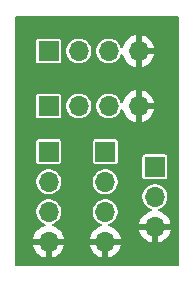
<source format=gbr>
%TF.GenerationSoftware,KiCad,Pcbnew,9.0.0*%
%TF.CreationDate,2025-03-21T22:47:36-04:00*%
%TF.ProjectId,PawPlans,50617750-6c61-46e7-932e-6b696361645f,0.5.0*%
%TF.SameCoordinates,Original*%
%TF.FileFunction,Copper,L2,Bot*%
%TF.FilePolarity,Positive*%
%FSLAX46Y46*%
G04 Gerber Fmt 4.6, Leading zero omitted, Abs format (unit mm)*
G04 Created by KiCad (PCBNEW 9.0.0) date 2025-03-21 22:47:36*
%MOMM*%
%LPD*%
G01*
G04 APERTURE LIST*
%TA.AperFunction,ComponentPad*%
%ADD10O,1.700000X1.700000*%
%TD*%
%TA.AperFunction,ComponentPad*%
%ADD11R,1.700000X1.700000*%
%TD*%
G04 APERTURE END LIST*
D10*
%TO.P,DM_PORT_B1,4,GND*%
%TO.N,/GND*%
X107620000Y-59000000D03*
%TO.P,DM_PORT_B1,3,5V*%
%TO.N,/5V*%
X105080000Y-59000000D03*
%TO.P,DM_PORT_B1,2,OUT*%
%TO.N,unconnected-(DM_PORT_B1-OUT-Pad2)*%
X102540000Y-59000000D03*
D11*
%TO.P,DM_PORT_B1,1,IN*%
%TO.N,unconnected-(DM_PORT_B1-IN-Pad1)*%
X100000000Y-59000000D03*
%TD*%
D10*
%TO.P,DM_PORT_A1,4,GND*%
%TO.N,/GND*%
X107620000Y-63650000D03*
%TO.P,DM_PORT_A1,3,5V*%
%TO.N,/5V*%
X105080000Y-63650000D03*
%TO.P,DM_PORT_A1,2,SDA*%
%TO.N,unconnected-(DM_PORT_A1-SDA-Pad2)*%
X102540000Y-63650000D03*
D11*
%TO.P,DM_PORT_A1,1,SCL*%
%TO.N,unconnected-(DM_PORT_A1-SCL-Pad1)*%
X100000000Y-63650000D03*
%TD*%
D10*
%TO.P,PROXY1,4,GND*%
%TO.N,/GND*%
X100000000Y-75145000D03*
%TO.P,PROXY1,3,5V*%
%TO.N,/5V*%
X100000000Y-72605000D03*
%TO.P,PROXY1,2,SDA*%
%TO.N,unconnected-(PROXY1-SDA-Pad2)*%
X100000000Y-70065000D03*
D11*
%TO.P,PROXY1,1,SDA*%
%TO.N,unconnected-(PROXY1-SDA-Pad1)*%
X100000000Y-67525000D03*
%TD*%
D10*
%TO.P,LD_CELL_AMP1,4,GND*%
%TO.N,/GND*%
X104800000Y-75145000D03*
%TO.P,LD_CELL_AMP1,3,5V*%
%TO.N,/5V*%
X104800000Y-72605000D03*
%TO.P,LD_CELL_AMP1,2,SDA*%
%TO.N,unconnected-(LD_CELL_AMP1-SDA-Pad2)*%
X104800000Y-70065000D03*
D11*
%TO.P,LD_CELL_AMP1,1,SCL*%
%TO.N,unconnected-(LD_CELL_AMP1-SCL-Pad1)*%
X104800000Y-67525000D03*
%TD*%
D10*
%TO.P,SERVO1,3,GND*%
%TO.N,/GND*%
X109000000Y-73880000D03*
%TO.P,SERVO1,2,5V*%
%TO.N,/5V*%
X109000000Y-71340000D03*
D11*
%TO.P,SERVO1,1,SGN*%
%TO.N,unconnected-(SERVO1-SGN-Pad1)*%
X109000000Y-68800000D03*
%TD*%
%TA.AperFunction,Conductor*%
%TO.N,/GND*%
G36*
X111015539Y-56092185D02*
G01*
X111061294Y-56144989D01*
X111072500Y-56196500D01*
X111072500Y-77093500D01*
X111052815Y-77160539D01*
X111000011Y-77206294D01*
X110948500Y-77217500D01*
X97251500Y-77217500D01*
X97184461Y-77197815D01*
X97138706Y-77145011D01*
X97127500Y-77093500D01*
X97127500Y-74895000D01*
X98672769Y-74895000D01*
X99566988Y-74895000D01*
X99534075Y-74952007D01*
X99500000Y-75079174D01*
X99500000Y-75210826D01*
X99534075Y-75337993D01*
X99566988Y-75395000D01*
X98672769Y-75395000D01*
X98683242Y-75461126D01*
X98683242Y-75461129D01*
X98748904Y-75663217D01*
X98845379Y-75852557D01*
X98970272Y-76024459D01*
X98970276Y-76024464D01*
X99120535Y-76174723D01*
X99120540Y-76174727D01*
X99292442Y-76299620D01*
X99481782Y-76396095D01*
X99683871Y-76461757D01*
X99750000Y-76472231D01*
X99750000Y-75578012D01*
X99807007Y-75610925D01*
X99934174Y-75645000D01*
X100065826Y-75645000D01*
X100192993Y-75610925D01*
X100250000Y-75578012D01*
X100250000Y-76472230D01*
X100316126Y-76461757D01*
X100316129Y-76461757D01*
X100518217Y-76396095D01*
X100707557Y-76299620D01*
X100879459Y-76174727D01*
X100879464Y-76174723D01*
X101029723Y-76024464D01*
X101029727Y-76024459D01*
X101154620Y-75852557D01*
X101251095Y-75663217D01*
X101316757Y-75461129D01*
X101316757Y-75461126D01*
X101327231Y-75395000D01*
X100433012Y-75395000D01*
X100465925Y-75337993D01*
X100500000Y-75210826D01*
X100500000Y-75079174D01*
X100465925Y-74952007D01*
X100433012Y-74895000D01*
X101327231Y-74895000D01*
X103472769Y-74895000D01*
X104366988Y-74895000D01*
X104334075Y-74952007D01*
X104300000Y-75079174D01*
X104300000Y-75210826D01*
X104334075Y-75337993D01*
X104366988Y-75395000D01*
X103472769Y-75395000D01*
X103483242Y-75461126D01*
X103483242Y-75461129D01*
X103548904Y-75663217D01*
X103645379Y-75852557D01*
X103770272Y-76024459D01*
X103770276Y-76024464D01*
X103920535Y-76174723D01*
X103920540Y-76174727D01*
X104092442Y-76299620D01*
X104281782Y-76396095D01*
X104483871Y-76461757D01*
X104550000Y-76472231D01*
X104550000Y-75578012D01*
X104607007Y-75610925D01*
X104734174Y-75645000D01*
X104865826Y-75645000D01*
X104992993Y-75610925D01*
X105050000Y-75578012D01*
X105050000Y-76472230D01*
X105116126Y-76461757D01*
X105116129Y-76461757D01*
X105318217Y-76396095D01*
X105507557Y-76299620D01*
X105679459Y-76174727D01*
X105679464Y-76174723D01*
X105829723Y-76024464D01*
X105829727Y-76024459D01*
X105954620Y-75852557D01*
X106051095Y-75663217D01*
X106116757Y-75461129D01*
X106116757Y-75461126D01*
X106127231Y-75395000D01*
X105233012Y-75395000D01*
X105265925Y-75337993D01*
X105300000Y-75210826D01*
X105300000Y-75079174D01*
X105265925Y-74952007D01*
X105233012Y-74895000D01*
X106127231Y-74895000D01*
X106116757Y-74828873D01*
X106116757Y-74828870D01*
X106051095Y-74626782D01*
X105954620Y-74437442D01*
X105829727Y-74265540D01*
X105829723Y-74265535D01*
X105679464Y-74115276D01*
X105679459Y-74115272D01*
X105507557Y-73990379D01*
X105318216Y-73893904D01*
X105142026Y-73836656D01*
X105119858Y-73821498D01*
X105095848Y-73809479D01*
X105091456Y-73802077D01*
X105084350Y-73797218D01*
X105073895Y-73772479D01*
X105060196Y-73749390D01*
X105060503Y-73740789D01*
X105057152Y-73732860D01*
X105061731Y-73706398D01*
X105062690Y-73679565D01*
X105067599Y-73672494D01*
X105069067Y-73664013D01*
X105087222Y-73644231D01*
X105097103Y-73630000D01*
X107672769Y-73630000D01*
X108566988Y-73630000D01*
X108534075Y-73687007D01*
X108500000Y-73814174D01*
X108500000Y-73945826D01*
X108534075Y-74072993D01*
X108566988Y-74130000D01*
X107672769Y-74130000D01*
X107683242Y-74196126D01*
X107683242Y-74196129D01*
X107748904Y-74398217D01*
X107845379Y-74587557D01*
X107970272Y-74759459D01*
X107970276Y-74759464D01*
X108120535Y-74909723D01*
X108120540Y-74909727D01*
X108292442Y-75034620D01*
X108481782Y-75131095D01*
X108683871Y-75196757D01*
X108750000Y-75207231D01*
X108750000Y-74313012D01*
X108807007Y-74345925D01*
X108934174Y-74380000D01*
X109065826Y-74380000D01*
X109192993Y-74345925D01*
X109250000Y-74313012D01*
X109250000Y-75207230D01*
X109316126Y-75196757D01*
X109316129Y-75196757D01*
X109518217Y-75131095D01*
X109707557Y-75034620D01*
X109879459Y-74909727D01*
X109879464Y-74909723D01*
X110029723Y-74759464D01*
X110029727Y-74759459D01*
X110154620Y-74587557D01*
X110251095Y-74398217D01*
X110316757Y-74196129D01*
X110316757Y-74196126D01*
X110327231Y-74130000D01*
X109433012Y-74130000D01*
X109465925Y-74072993D01*
X109500000Y-73945826D01*
X109500000Y-73814174D01*
X109465925Y-73687007D01*
X109433012Y-73630000D01*
X110327231Y-73630000D01*
X110316757Y-73563873D01*
X110316757Y-73563870D01*
X110251095Y-73361782D01*
X110154620Y-73172442D01*
X110029727Y-73000540D01*
X110029723Y-73000535D01*
X109879464Y-72850276D01*
X109879459Y-72850272D01*
X109707557Y-72725379D01*
X109518216Y-72628904D01*
X109342026Y-72571656D01*
X109284350Y-72532218D01*
X109257152Y-72467860D01*
X109269067Y-72399013D01*
X109316311Y-72347538D01*
X109332882Y-72339168D01*
X109497598Y-72270941D01*
X109669655Y-72155977D01*
X109815977Y-72009655D01*
X109930941Y-71837598D01*
X110010130Y-71646420D01*
X110050500Y-71443465D01*
X110050500Y-71236535D01*
X110010130Y-71033580D01*
X109930941Y-70842402D01*
X109815977Y-70670345D01*
X109815975Y-70670342D01*
X109669657Y-70524024D01*
X109583626Y-70466541D01*
X109497598Y-70409059D01*
X109306420Y-70329870D01*
X109306412Y-70329868D01*
X109103469Y-70289500D01*
X109103465Y-70289500D01*
X108896535Y-70289500D01*
X108896530Y-70289500D01*
X108693587Y-70329868D01*
X108693579Y-70329870D01*
X108502403Y-70409058D01*
X108330342Y-70524024D01*
X108184024Y-70670342D01*
X108069058Y-70842403D01*
X107989870Y-71033579D01*
X107989868Y-71033587D01*
X107949500Y-71236530D01*
X107949500Y-71443469D01*
X107989868Y-71646412D01*
X107989870Y-71646420D01*
X108069058Y-71837596D01*
X108184024Y-72009657D01*
X108330342Y-72155975D01*
X108502405Y-72270943D01*
X108605043Y-72313456D01*
X108667108Y-72339164D01*
X108721511Y-72383005D01*
X108743576Y-72449299D01*
X108726297Y-72516998D01*
X108675160Y-72564609D01*
X108657974Y-72571656D01*
X108481781Y-72628905D01*
X108292442Y-72725379D01*
X108120540Y-72850272D01*
X108120535Y-72850276D01*
X107970276Y-73000535D01*
X107970272Y-73000540D01*
X107845379Y-73172442D01*
X107748904Y-73361782D01*
X107683242Y-73563870D01*
X107683242Y-73563873D01*
X107672769Y-73630000D01*
X105097103Y-73630000D01*
X105102538Y-73622173D01*
X105113361Y-73615751D01*
X105116311Y-73612538D01*
X105132882Y-73604168D01*
X105297598Y-73535941D01*
X105469655Y-73420977D01*
X105615977Y-73274655D01*
X105730941Y-73102598D01*
X105810130Y-72911420D01*
X105850500Y-72708465D01*
X105850500Y-72501535D01*
X105810130Y-72298580D01*
X105730941Y-72107402D01*
X105615977Y-71935345D01*
X105615975Y-71935342D01*
X105469657Y-71789024D01*
X105383626Y-71731541D01*
X105297598Y-71674059D01*
X105106420Y-71594870D01*
X105106412Y-71594868D01*
X104903469Y-71554500D01*
X104903465Y-71554500D01*
X104696535Y-71554500D01*
X104696530Y-71554500D01*
X104493587Y-71594868D01*
X104493579Y-71594870D01*
X104302403Y-71674058D01*
X104130342Y-71789024D01*
X103984024Y-71935342D01*
X103869058Y-72107403D01*
X103789870Y-72298579D01*
X103789868Y-72298587D01*
X103749500Y-72501530D01*
X103749500Y-72708469D01*
X103789868Y-72911412D01*
X103789870Y-72911420D01*
X103869058Y-73102596D01*
X103984024Y-73274657D01*
X104130342Y-73420975D01*
X104302405Y-73535943D01*
X104369828Y-73563870D01*
X104467108Y-73604164D01*
X104521511Y-73648005D01*
X104543576Y-73714299D01*
X104526297Y-73781998D01*
X104475160Y-73829609D01*
X104457974Y-73836656D01*
X104281781Y-73893905D01*
X104092442Y-73990379D01*
X103920540Y-74115272D01*
X103920535Y-74115276D01*
X103770276Y-74265535D01*
X103770272Y-74265540D01*
X103645379Y-74437442D01*
X103548904Y-74626782D01*
X103483242Y-74828870D01*
X103483242Y-74828873D01*
X103472769Y-74895000D01*
X101327231Y-74895000D01*
X101316757Y-74828873D01*
X101316757Y-74828870D01*
X101251095Y-74626782D01*
X101154620Y-74437442D01*
X101029727Y-74265540D01*
X101029723Y-74265535D01*
X100879464Y-74115276D01*
X100879459Y-74115272D01*
X100707557Y-73990379D01*
X100518216Y-73893904D01*
X100342026Y-73836656D01*
X100284350Y-73797218D01*
X100257152Y-73732860D01*
X100269067Y-73664013D01*
X100316311Y-73612538D01*
X100332882Y-73604168D01*
X100497598Y-73535941D01*
X100669655Y-73420977D01*
X100815977Y-73274655D01*
X100930941Y-73102598D01*
X101010130Y-72911420D01*
X101050500Y-72708465D01*
X101050500Y-72501535D01*
X101010130Y-72298580D01*
X100930941Y-72107402D01*
X100815977Y-71935345D01*
X100815975Y-71935342D01*
X100669657Y-71789024D01*
X100583626Y-71731541D01*
X100497598Y-71674059D01*
X100306420Y-71594870D01*
X100306412Y-71594868D01*
X100103469Y-71554500D01*
X100103465Y-71554500D01*
X99896535Y-71554500D01*
X99896530Y-71554500D01*
X99693587Y-71594868D01*
X99693579Y-71594870D01*
X99502403Y-71674058D01*
X99330342Y-71789024D01*
X99184024Y-71935342D01*
X99069058Y-72107403D01*
X98989870Y-72298579D01*
X98989868Y-72298587D01*
X98949500Y-72501530D01*
X98949500Y-72708469D01*
X98989868Y-72911412D01*
X98989870Y-72911420D01*
X99069058Y-73102596D01*
X99184024Y-73274657D01*
X99330342Y-73420975D01*
X99502405Y-73535943D01*
X99569828Y-73563870D01*
X99667108Y-73604164D01*
X99721511Y-73648005D01*
X99743576Y-73714299D01*
X99726297Y-73781998D01*
X99675160Y-73829609D01*
X99657974Y-73836656D01*
X99481781Y-73893905D01*
X99292442Y-73990379D01*
X99120540Y-74115272D01*
X99120535Y-74115276D01*
X98970276Y-74265535D01*
X98970272Y-74265540D01*
X98845379Y-74437442D01*
X98748904Y-74626782D01*
X98683242Y-74828870D01*
X98683242Y-74828873D01*
X98672769Y-74895000D01*
X97127500Y-74895000D01*
X97127500Y-69961530D01*
X98949500Y-69961530D01*
X98949500Y-70168469D01*
X98989868Y-70371412D01*
X98989870Y-70371420D01*
X99069058Y-70562596D01*
X99184024Y-70734657D01*
X99330342Y-70880975D01*
X99330345Y-70880977D01*
X99502402Y-70995941D01*
X99693580Y-71075130D01*
X99896530Y-71115499D01*
X99896534Y-71115500D01*
X99896535Y-71115500D01*
X100103466Y-71115500D01*
X100103467Y-71115499D01*
X100306420Y-71075130D01*
X100497598Y-70995941D01*
X100669655Y-70880977D01*
X100815977Y-70734655D01*
X100930941Y-70562598D01*
X101010130Y-70371420D01*
X101050500Y-70168465D01*
X101050500Y-69961535D01*
X101050499Y-69961530D01*
X103749500Y-69961530D01*
X103749500Y-70168469D01*
X103789868Y-70371412D01*
X103789870Y-70371420D01*
X103869058Y-70562596D01*
X103984024Y-70734657D01*
X104130342Y-70880975D01*
X104130345Y-70880977D01*
X104302402Y-70995941D01*
X104493580Y-71075130D01*
X104696530Y-71115499D01*
X104696534Y-71115500D01*
X104696535Y-71115500D01*
X104903466Y-71115500D01*
X104903467Y-71115499D01*
X105106420Y-71075130D01*
X105297598Y-70995941D01*
X105469655Y-70880977D01*
X105615977Y-70734655D01*
X105730941Y-70562598D01*
X105810130Y-70371420D01*
X105850500Y-70168465D01*
X105850500Y-69961535D01*
X105810130Y-69758580D01*
X105730941Y-69567402D01*
X105615977Y-69395345D01*
X105615975Y-69395342D01*
X105469657Y-69249024D01*
X105383626Y-69191541D01*
X105297598Y-69134059D01*
X105106420Y-69054870D01*
X105106412Y-69054868D01*
X104903469Y-69014500D01*
X104903465Y-69014500D01*
X104696535Y-69014500D01*
X104696530Y-69014500D01*
X104493587Y-69054868D01*
X104493579Y-69054870D01*
X104302403Y-69134058D01*
X104130342Y-69249024D01*
X103984024Y-69395342D01*
X103869058Y-69567403D01*
X103789870Y-69758579D01*
X103789868Y-69758587D01*
X103749500Y-69961530D01*
X101050499Y-69961530D01*
X101010130Y-69758580D01*
X100930941Y-69567402D01*
X100815977Y-69395345D01*
X100815975Y-69395342D01*
X100669657Y-69249024D01*
X100583626Y-69191541D01*
X100497598Y-69134059D01*
X100306420Y-69054870D01*
X100306412Y-69054868D01*
X100103469Y-69014500D01*
X100103465Y-69014500D01*
X99896535Y-69014500D01*
X99896530Y-69014500D01*
X99693587Y-69054868D01*
X99693579Y-69054870D01*
X99502403Y-69134058D01*
X99330342Y-69249024D01*
X99184024Y-69395342D01*
X99069058Y-69567403D01*
X98989870Y-69758579D01*
X98989868Y-69758587D01*
X98949500Y-69961530D01*
X97127500Y-69961530D01*
X97127500Y-66655247D01*
X98949500Y-66655247D01*
X98949500Y-68394752D01*
X98961131Y-68453229D01*
X98961132Y-68453230D01*
X99005447Y-68519552D01*
X99071769Y-68563867D01*
X99071770Y-68563868D01*
X99130247Y-68575499D01*
X99130250Y-68575500D01*
X99130252Y-68575500D01*
X100869750Y-68575500D01*
X100869751Y-68575499D01*
X100884568Y-68572552D01*
X100928229Y-68563868D01*
X100928229Y-68563867D01*
X100928231Y-68563867D01*
X100994552Y-68519552D01*
X101038867Y-68453231D01*
X101038867Y-68453229D01*
X101038868Y-68453229D01*
X101050499Y-68394752D01*
X101050500Y-68394750D01*
X101050500Y-66655249D01*
X101050499Y-66655247D01*
X103749500Y-66655247D01*
X103749500Y-68394752D01*
X103761131Y-68453229D01*
X103761132Y-68453230D01*
X103805447Y-68519552D01*
X103871769Y-68563867D01*
X103871770Y-68563868D01*
X103930247Y-68575499D01*
X103930250Y-68575500D01*
X103930252Y-68575500D01*
X105669750Y-68575500D01*
X105669751Y-68575499D01*
X105684568Y-68572552D01*
X105728229Y-68563868D01*
X105728229Y-68563867D01*
X105728231Y-68563867D01*
X105794552Y-68519552D01*
X105838867Y-68453231D01*
X105838867Y-68453229D01*
X105838868Y-68453229D01*
X105850499Y-68394752D01*
X105850500Y-68394750D01*
X105850500Y-67930247D01*
X107949500Y-67930247D01*
X107949500Y-69669752D01*
X107961131Y-69728229D01*
X107961132Y-69728230D01*
X108005447Y-69794552D01*
X108071769Y-69838867D01*
X108071770Y-69838868D01*
X108130247Y-69850499D01*
X108130250Y-69850500D01*
X108130252Y-69850500D01*
X109869750Y-69850500D01*
X109869751Y-69850499D01*
X109884568Y-69847552D01*
X109928229Y-69838868D01*
X109928229Y-69838867D01*
X109928231Y-69838867D01*
X109994552Y-69794552D01*
X110038867Y-69728231D01*
X110038867Y-69728229D01*
X110038868Y-69728229D01*
X110050499Y-69669752D01*
X110050500Y-69669750D01*
X110050500Y-67930249D01*
X110050499Y-67930247D01*
X110038868Y-67871770D01*
X110038867Y-67871769D01*
X109994552Y-67805447D01*
X109928230Y-67761132D01*
X109928229Y-67761131D01*
X109869752Y-67749500D01*
X109869748Y-67749500D01*
X108130252Y-67749500D01*
X108130247Y-67749500D01*
X108071770Y-67761131D01*
X108071769Y-67761132D01*
X108005447Y-67805447D01*
X107961132Y-67871769D01*
X107961131Y-67871770D01*
X107949500Y-67930247D01*
X105850500Y-67930247D01*
X105850500Y-66655249D01*
X105850499Y-66655247D01*
X105838868Y-66596770D01*
X105838867Y-66596769D01*
X105794552Y-66530447D01*
X105728230Y-66486132D01*
X105728229Y-66486131D01*
X105669752Y-66474500D01*
X105669748Y-66474500D01*
X103930252Y-66474500D01*
X103930247Y-66474500D01*
X103871770Y-66486131D01*
X103871769Y-66486132D01*
X103805447Y-66530447D01*
X103761132Y-66596769D01*
X103761131Y-66596770D01*
X103749500Y-66655247D01*
X101050499Y-66655247D01*
X101038868Y-66596770D01*
X101038867Y-66596769D01*
X100994552Y-66530447D01*
X100928230Y-66486132D01*
X100928229Y-66486131D01*
X100869752Y-66474500D01*
X100869748Y-66474500D01*
X99130252Y-66474500D01*
X99130247Y-66474500D01*
X99071770Y-66486131D01*
X99071769Y-66486132D01*
X99005447Y-66530447D01*
X98961132Y-66596769D01*
X98961131Y-66596770D01*
X98949500Y-66655247D01*
X97127500Y-66655247D01*
X97127500Y-62780247D01*
X98949500Y-62780247D01*
X98949500Y-64519752D01*
X98961131Y-64578229D01*
X98961132Y-64578230D01*
X99005447Y-64644552D01*
X99071769Y-64688867D01*
X99071770Y-64688868D01*
X99130247Y-64700499D01*
X99130250Y-64700500D01*
X99130252Y-64700500D01*
X100869750Y-64700500D01*
X100869751Y-64700499D01*
X100884568Y-64697552D01*
X100928229Y-64688868D01*
X100928229Y-64688867D01*
X100928231Y-64688867D01*
X100994552Y-64644552D01*
X101038867Y-64578231D01*
X101038867Y-64578229D01*
X101038868Y-64578229D01*
X101050499Y-64519752D01*
X101050500Y-64519750D01*
X101050500Y-63546530D01*
X101489500Y-63546530D01*
X101489500Y-63753469D01*
X101529868Y-63956412D01*
X101529870Y-63956420D01*
X101595939Y-64115925D01*
X101609059Y-64147598D01*
X101622836Y-64168217D01*
X101724024Y-64319657D01*
X101870342Y-64465975D01*
X101870345Y-64465977D01*
X102042402Y-64580941D01*
X102233580Y-64660130D01*
X102378052Y-64688867D01*
X102436530Y-64700499D01*
X102436534Y-64700500D01*
X102436535Y-64700500D01*
X102643466Y-64700500D01*
X102643467Y-64700499D01*
X102846420Y-64660130D01*
X103037598Y-64580941D01*
X103209655Y-64465977D01*
X103355977Y-64319655D01*
X103470941Y-64147598D01*
X103550130Y-63956420D01*
X103590500Y-63753465D01*
X103590500Y-63546535D01*
X103590499Y-63546530D01*
X104029500Y-63546530D01*
X104029500Y-63753469D01*
X104069868Y-63956412D01*
X104069870Y-63956420D01*
X104135939Y-64115925D01*
X104149059Y-64147598D01*
X104162836Y-64168217D01*
X104264024Y-64319657D01*
X104410342Y-64465975D01*
X104410345Y-64465977D01*
X104582402Y-64580941D01*
X104773580Y-64660130D01*
X104918052Y-64688867D01*
X104976530Y-64700499D01*
X104976534Y-64700500D01*
X104976535Y-64700500D01*
X105183466Y-64700500D01*
X105183467Y-64700499D01*
X105386420Y-64660130D01*
X105577598Y-64580941D01*
X105749655Y-64465977D01*
X105895977Y-64319655D01*
X106010941Y-64147598D01*
X106079165Y-63982889D01*
X106123004Y-63928488D01*
X106189298Y-63906423D01*
X106256998Y-63923702D01*
X106304609Y-63974839D01*
X106311656Y-63992026D01*
X106368904Y-64168216D01*
X106465379Y-64357557D01*
X106590272Y-64529459D01*
X106590276Y-64529464D01*
X106740535Y-64679723D01*
X106740540Y-64679727D01*
X106912442Y-64804620D01*
X107101782Y-64901095D01*
X107303871Y-64966757D01*
X107370000Y-64977231D01*
X107370000Y-64083012D01*
X107427007Y-64115925D01*
X107554174Y-64150000D01*
X107685826Y-64150000D01*
X107812993Y-64115925D01*
X107870000Y-64083012D01*
X107870000Y-64977230D01*
X107936126Y-64966757D01*
X107936129Y-64966757D01*
X108138217Y-64901095D01*
X108327557Y-64804620D01*
X108499459Y-64679727D01*
X108499464Y-64679723D01*
X108649723Y-64529464D01*
X108649727Y-64529459D01*
X108774620Y-64357557D01*
X108871095Y-64168217D01*
X108936757Y-63966129D01*
X108936757Y-63966126D01*
X108947231Y-63900000D01*
X108053012Y-63900000D01*
X108085925Y-63842993D01*
X108120000Y-63715826D01*
X108120000Y-63584174D01*
X108085925Y-63457007D01*
X108053012Y-63400000D01*
X108947231Y-63400000D01*
X108936757Y-63333873D01*
X108936757Y-63333870D01*
X108871095Y-63131782D01*
X108774620Y-62942442D01*
X108649727Y-62770540D01*
X108649723Y-62770535D01*
X108499464Y-62620276D01*
X108499459Y-62620272D01*
X108327557Y-62495379D01*
X108138215Y-62398903D01*
X107936124Y-62333241D01*
X107870000Y-62322768D01*
X107870000Y-63216988D01*
X107812993Y-63184075D01*
X107685826Y-63150000D01*
X107554174Y-63150000D01*
X107427007Y-63184075D01*
X107370000Y-63216988D01*
X107370000Y-62322768D01*
X107369999Y-62322768D01*
X107303875Y-62333241D01*
X107101784Y-62398903D01*
X106912442Y-62495379D01*
X106740540Y-62620272D01*
X106740535Y-62620276D01*
X106590276Y-62770535D01*
X106590272Y-62770540D01*
X106465379Y-62942442D01*
X106368905Y-63131781D01*
X106311656Y-63307974D01*
X106272218Y-63365649D01*
X106207859Y-63392847D01*
X106139013Y-63380932D01*
X106087537Y-63333688D01*
X106079164Y-63317107D01*
X106010943Y-63152405D01*
X105895975Y-62980342D01*
X105749657Y-62834024D01*
X105581655Y-62721770D01*
X105577598Y-62719059D01*
X105386420Y-62639870D01*
X105386412Y-62639868D01*
X105183469Y-62599500D01*
X105183465Y-62599500D01*
X104976535Y-62599500D01*
X104976530Y-62599500D01*
X104773587Y-62639868D01*
X104773579Y-62639870D01*
X104582403Y-62719058D01*
X104410342Y-62834024D01*
X104264024Y-62980342D01*
X104149058Y-63152403D01*
X104069870Y-63343579D01*
X104069868Y-63343587D01*
X104029500Y-63546530D01*
X103590499Y-63546530D01*
X103550130Y-63343580D01*
X103470941Y-63152402D01*
X103355977Y-62980345D01*
X103355975Y-62980342D01*
X103209657Y-62834024D01*
X103041655Y-62721770D01*
X103037598Y-62719059D01*
X102846420Y-62639870D01*
X102846412Y-62639868D01*
X102643469Y-62599500D01*
X102643465Y-62599500D01*
X102436535Y-62599500D01*
X102436530Y-62599500D01*
X102233587Y-62639868D01*
X102233579Y-62639870D01*
X102042403Y-62719058D01*
X101870342Y-62834024D01*
X101724024Y-62980342D01*
X101609058Y-63152403D01*
X101529870Y-63343579D01*
X101529868Y-63343587D01*
X101489500Y-63546530D01*
X101050500Y-63546530D01*
X101050500Y-62780249D01*
X101050499Y-62780247D01*
X101038868Y-62721770D01*
X101038867Y-62721769D01*
X100994552Y-62655447D01*
X100928230Y-62611132D01*
X100928229Y-62611131D01*
X100869752Y-62599500D01*
X100869748Y-62599500D01*
X99130252Y-62599500D01*
X99130247Y-62599500D01*
X99071770Y-62611131D01*
X99071769Y-62611132D01*
X99005447Y-62655447D01*
X98961132Y-62721769D01*
X98961131Y-62721770D01*
X98949500Y-62780247D01*
X97127500Y-62780247D01*
X97127500Y-58130247D01*
X98949500Y-58130247D01*
X98949500Y-59869752D01*
X98961131Y-59928229D01*
X98961132Y-59928230D01*
X99005447Y-59994552D01*
X99071769Y-60038867D01*
X99071770Y-60038868D01*
X99130247Y-60050499D01*
X99130250Y-60050500D01*
X99130252Y-60050500D01*
X100869750Y-60050500D01*
X100869751Y-60050499D01*
X100884568Y-60047552D01*
X100928229Y-60038868D01*
X100928229Y-60038867D01*
X100928231Y-60038867D01*
X100994552Y-59994552D01*
X101038867Y-59928231D01*
X101038867Y-59928229D01*
X101038868Y-59928229D01*
X101050499Y-59869752D01*
X101050500Y-59869750D01*
X101050500Y-58896530D01*
X101489500Y-58896530D01*
X101489500Y-59103469D01*
X101529868Y-59306412D01*
X101529870Y-59306420D01*
X101595939Y-59465925D01*
X101609059Y-59497598D01*
X101622836Y-59518217D01*
X101724024Y-59669657D01*
X101870342Y-59815975D01*
X101870345Y-59815977D01*
X102042402Y-59930941D01*
X102233580Y-60010130D01*
X102378052Y-60038867D01*
X102436530Y-60050499D01*
X102436534Y-60050500D01*
X102436535Y-60050500D01*
X102643466Y-60050500D01*
X102643467Y-60050499D01*
X102846420Y-60010130D01*
X103037598Y-59930941D01*
X103209655Y-59815977D01*
X103355977Y-59669655D01*
X103470941Y-59497598D01*
X103550130Y-59306420D01*
X103590500Y-59103465D01*
X103590500Y-58896535D01*
X103590499Y-58896530D01*
X104029500Y-58896530D01*
X104029500Y-59103469D01*
X104069868Y-59306412D01*
X104069870Y-59306420D01*
X104135939Y-59465925D01*
X104149059Y-59497598D01*
X104162836Y-59518217D01*
X104264024Y-59669657D01*
X104410342Y-59815975D01*
X104410345Y-59815977D01*
X104582402Y-59930941D01*
X104773580Y-60010130D01*
X104918052Y-60038867D01*
X104976530Y-60050499D01*
X104976534Y-60050500D01*
X104976535Y-60050500D01*
X105183466Y-60050500D01*
X105183467Y-60050499D01*
X105386420Y-60010130D01*
X105577598Y-59930941D01*
X105749655Y-59815977D01*
X105895977Y-59669655D01*
X106010941Y-59497598D01*
X106079165Y-59332889D01*
X106123004Y-59278488D01*
X106189298Y-59256423D01*
X106256998Y-59273702D01*
X106304609Y-59324839D01*
X106311656Y-59342026D01*
X106368904Y-59518216D01*
X106465379Y-59707557D01*
X106590272Y-59879459D01*
X106590276Y-59879464D01*
X106740535Y-60029723D01*
X106740540Y-60029727D01*
X106912442Y-60154620D01*
X107101782Y-60251095D01*
X107303871Y-60316757D01*
X107370000Y-60327231D01*
X107370000Y-59433012D01*
X107427007Y-59465925D01*
X107554174Y-59500000D01*
X107685826Y-59500000D01*
X107812993Y-59465925D01*
X107870000Y-59433012D01*
X107870000Y-60327230D01*
X107936126Y-60316757D01*
X107936129Y-60316757D01*
X108138217Y-60251095D01*
X108327557Y-60154620D01*
X108499459Y-60029727D01*
X108499464Y-60029723D01*
X108649723Y-59879464D01*
X108649727Y-59879459D01*
X108774620Y-59707557D01*
X108871095Y-59518217D01*
X108936757Y-59316129D01*
X108936757Y-59316126D01*
X108947231Y-59250000D01*
X108053012Y-59250000D01*
X108085925Y-59192993D01*
X108120000Y-59065826D01*
X108120000Y-58934174D01*
X108085925Y-58807007D01*
X108053012Y-58750000D01*
X108947231Y-58750000D01*
X108936757Y-58683873D01*
X108936757Y-58683870D01*
X108871095Y-58481782D01*
X108774620Y-58292442D01*
X108649727Y-58120540D01*
X108649723Y-58120535D01*
X108499464Y-57970276D01*
X108499459Y-57970272D01*
X108327557Y-57845379D01*
X108138215Y-57748903D01*
X107936124Y-57683241D01*
X107870000Y-57672768D01*
X107870000Y-58566988D01*
X107812993Y-58534075D01*
X107685826Y-58500000D01*
X107554174Y-58500000D01*
X107427007Y-58534075D01*
X107370000Y-58566988D01*
X107370000Y-57672768D01*
X107369999Y-57672768D01*
X107303875Y-57683241D01*
X107101784Y-57748903D01*
X106912442Y-57845379D01*
X106740540Y-57970272D01*
X106740535Y-57970276D01*
X106590276Y-58120535D01*
X106590272Y-58120540D01*
X106465379Y-58292442D01*
X106368905Y-58481781D01*
X106311656Y-58657974D01*
X106272218Y-58715649D01*
X106207859Y-58742847D01*
X106139013Y-58730932D01*
X106087537Y-58683688D01*
X106079164Y-58667107D01*
X106010943Y-58502405D01*
X105895975Y-58330342D01*
X105749657Y-58184024D01*
X105581655Y-58071770D01*
X105577598Y-58069059D01*
X105386420Y-57989870D01*
X105386412Y-57989868D01*
X105183469Y-57949500D01*
X105183465Y-57949500D01*
X104976535Y-57949500D01*
X104976530Y-57949500D01*
X104773587Y-57989868D01*
X104773579Y-57989870D01*
X104582403Y-58069058D01*
X104410342Y-58184024D01*
X104264024Y-58330342D01*
X104149058Y-58502403D01*
X104069870Y-58693579D01*
X104069868Y-58693587D01*
X104029500Y-58896530D01*
X103590499Y-58896530D01*
X103550130Y-58693580D01*
X103470941Y-58502402D01*
X103355977Y-58330345D01*
X103355975Y-58330342D01*
X103209657Y-58184024D01*
X103041655Y-58071770D01*
X103037598Y-58069059D01*
X102846420Y-57989870D01*
X102846412Y-57989868D01*
X102643469Y-57949500D01*
X102643465Y-57949500D01*
X102436535Y-57949500D01*
X102436530Y-57949500D01*
X102233587Y-57989868D01*
X102233579Y-57989870D01*
X102042403Y-58069058D01*
X101870342Y-58184024D01*
X101724024Y-58330342D01*
X101609058Y-58502403D01*
X101529870Y-58693579D01*
X101529868Y-58693587D01*
X101489500Y-58896530D01*
X101050500Y-58896530D01*
X101050500Y-58130249D01*
X101050499Y-58130247D01*
X101038868Y-58071770D01*
X101038867Y-58071769D01*
X100994552Y-58005447D01*
X100928230Y-57961132D01*
X100928229Y-57961131D01*
X100869752Y-57949500D01*
X100869748Y-57949500D01*
X99130252Y-57949500D01*
X99130247Y-57949500D01*
X99071770Y-57961131D01*
X99071769Y-57961132D01*
X99005447Y-58005447D01*
X98961132Y-58071769D01*
X98961131Y-58071770D01*
X98949500Y-58130247D01*
X97127500Y-58130247D01*
X97127500Y-56196500D01*
X97147185Y-56129461D01*
X97199989Y-56083706D01*
X97251500Y-56072500D01*
X110948500Y-56072500D01*
X111015539Y-56092185D01*
G37*
%TD.AperFunction*%
%TD*%
M02*

</source>
